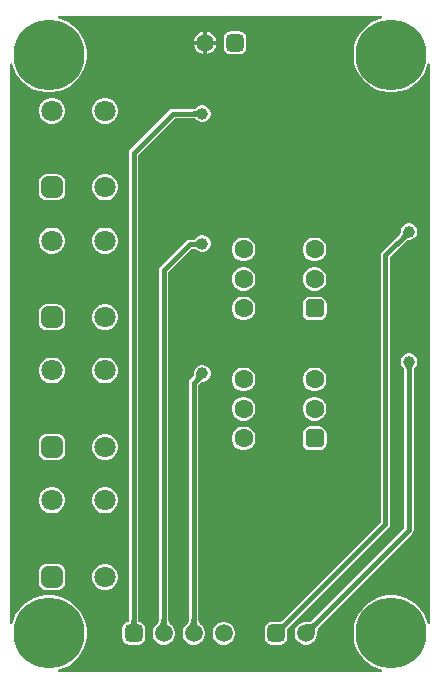
<source format=gbl>
G04*
G04 #@! TF.GenerationSoftware,Altium Limited,Altium Designer,21.2.1 (34)*
G04*
G04 Layer_Physical_Order=2*
G04 Layer_Color=16711680*
%FSTAX24Y24*%
%MOIN*%
G70*
G04*
G04 #@! TF.SameCoordinates,36507061-655E-4290-96EC-BFA040FA6CF6*
G04*
G04*
G04 #@! TF.FilePolarity,Positive*
G04*
G01*
G75*
%ADD29C,0.0394*%
%ADD30C,0.0150*%
%ADD31C,0.0591*%
G04:AMPARAMS|DCode=32|XSize=59.1mil|YSize=59.1mil|CornerRadius=14.8mil|HoleSize=0mil|Usage=FLASHONLY|Rotation=180.000|XOffset=0mil|YOffset=0mil|HoleType=Round|Shape=RoundedRectangle|*
%AMROUNDEDRECTD32*
21,1,0.0591,0.0295,0,0,180.0*
21,1,0.0295,0.0591,0,0,180.0*
1,1,0.0295,-0.0148,0.0148*
1,1,0.0295,0.0148,0.0148*
1,1,0.0295,0.0148,-0.0148*
1,1,0.0295,-0.0148,-0.0148*
%
%ADD32ROUNDEDRECTD32*%
%ADD33C,0.0709*%
G04:AMPARAMS|DCode=34|XSize=70.9mil|YSize=70.9mil|CornerRadius=17.7mil|HoleSize=0mil|Usage=FLASHONLY|Rotation=90.000|XOffset=0mil|YOffset=0mil|HoleType=Round|Shape=RoundedRectangle|*
%AMROUNDEDRECTD34*
21,1,0.0709,0.0354,0,0,90.0*
21,1,0.0354,0.0709,0,0,90.0*
1,1,0.0354,0.0177,0.0177*
1,1,0.0354,0.0177,-0.0177*
1,1,0.0354,-0.0177,-0.0177*
1,1,0.0354,-0.0177,0.0177*
%
%ADD34ROUNDEDRECTD34*%
G04:AMPARAMS|DCode=35|XSize=63mil|YSize=63mil|CornerRadius=15.7mil|HoleSize=0mil|Usage=FLASHONLY|Rotation=0.000|XOffset=0mil|YOffset=0mil|HoleType=Round|Shape=RoundedRectangle|*
%AMROUNDEDRECTD35*
21,1,0.0630,0.0315,0,0,0.0*
21,1,0.0315,0.0630,0,0,0.0*
1,1,0.0315,0.0157,-0.0157*
1,1,0.0315,-0.0157,-0.0157*
1,1,0.0315,-0.0157,0.0157*
1,1,0.0315,0.0157,0.0157*
%
%ADD35ROUNDEDRECTD35*%
%ADD36C,0.0630*%
%ADD37C,0.2362*%
G36*
X071955Y039451D02*
X071767Y03939D01*
X07159Y0393D01*
X07143Y039184D01*
X07129Y039043D01*
X071173Y038883D01*
X071083Y038706D01*
X071022Y038518D01*
X070991Y038322D01*
Y038123D01*
X071022Y037928D01*
X071083Y037739D01*
X071173Y037562D01*
X07129Y037402D01*
X07143Y037262D01*
X07159Y037145D01*
X071767Y037055D01*
X071955Y036994D01*
X072151Y036963D01*
X07235D01*
X072545Y036994D01*
X072734Y037055D01*
X072911Y037145D01*
X073071Y037262D01*
X073211Y037402D01*
X073328Y037562D01*
X073418Y037739D01*
X073479Y037928D01*
X073528Y037919D01*
Y019235D01*
X073479Y019226D01*
X073418Y019415D01*
X073328Y019592D01*
X073211Y019752D01*
X073071Y019892D01*
X072911Y020009D01*
X072734Y020099D01*
X072545Y02016D01*
X07235Y020191D01*
X072151D01*
X071955Y02016D01*
X071767Y020099D01*
X07159Y020009D01*
X07143Y019892D01*
X07129Y019752D01*
X071173Y019592D01*
X071083Y019415D01*
X071022Y019226D01*
X070991Y01903D01*
Y018832D01*
X071022Y018636D01*
X071083Y018448D01*
X071173Y018271D01*
X07129Y018111D01*
X07143Y01797D01*
X07159Y017854D01*
X071767Y017764D01*
X071955Y017702D01*
X071947Y017654D01*
X061137D01*
X061128Y017702D01*
X061317Y017764D01*
X061493Y017854D01*
X061654Y01797D01*
X061794Y018111D01*
X061911Y018271D01*
X062001Y018448D01*
X062062Y018636D01*
X062093Y018832D01*
Y01903D01*
X062062Y019226D01*
X062001Y019415D01*
X061911Y019592D01*
X061794Y019752D01*
X061654Y019892D01*
X061493Y020009D01*
X061317Y020099D01*
X061128Y02016D01*
X060932Y020191D01*
X060734D01*
X060538Y02016D01*
X06035Y020099D01*
X060173Y020009D01*
X060012Y019892D01*
X059872Y019752D01*
X059756Y019592D01*
X059666Y019415D01*
X059604Y019226D01*
X059556Y019235D01*
Y037919D01*
X059604Y037928D01*
X059666Y037739D01*
X059756Y037562D01*
X059872Y037402D01*
X060012Y037262D01*
X060173Y037145D01*
X06035Y037055D01*
X060538Y036994D01*
X060734Y036963D01*
X060932D01*
X061128Y036994D01*
X061317Y037055D01*
X061493Y037145D01*
X061654Y037262D01*
X061794Y037402D01*
X061911Y037562D01*
X062001Y037739D01*
X062062Y037928D01*
X062093Y038123D01*
Y038322D01*
X062062Y038518D01*
X062001Y038706D01*
X061911Y038883D01*
X061794Y039043D01*
X061654Y039184D01*
X061493Y0393D01*
X061317Y03939D01*
X061128Y039451D01*
X061137Y0395D01*
X071947D01*
X071955Y039451D01*
D02*
G37*
%LPC*%
G36*
X066101Y038988D02*
Y038675D01*
X066413D01*
X06639Y038761D01*
X066341Y038846D01*
X066271Y038916D01*
X066186Y038965D01*
X066101Y038988D01*
D02*
G37*
G36*
X065983D02*
X065897Y038965D01*
X065812Y038916D01*
X065743Y038846D01*
X065693Y038761D01*
X06567Y038675D01*
X065983D01*
Y038988D01*
D02*
G37*
G36*
X066413Y038557D02*
X066101D01*
Y038245D01*
X066186Y038268D01*
X066271Y038317D01*
X066341Y038387D01*
X06639Y038472D01*
X066413Y038557D01*
D02*
G37*
G36*
X065983D02*
X06567D01*
X065693Y038472D01*
X065743Y038387D01*
X065812Y038317D01*
X065897Y038268D01*
X065983Y038245D01*
Y038557D01*
D02*
G37*
G36*
X067189Y038995D02*
X066894D01*
X066806Y038977D01*
X066731Y038927D01*
X066681Y038852D01*
X066663Y038764D01*
Y038469D01*
X066681Y03838D01*
X066731Y038305D01*
X066806Y038255D01*
X066894Y038238D01*
X067189D01*
X067278Y038255D01*
X067353Y038305D01*
X067403Y03838D01*
X06742Y038469D01*
Y038764D01*
X067403Y038852D01*
X067353Y038927D01*
X067278Y038977D01*
X067189Y038995D01*
D02*
G37*
G36*
X065988Y03653D02*
X065915D01*
X065845Y036511D01*
X065782Y036475D01*
X065761Y036454D01*
X065756Y03645D01*
X065745Y036441D01*
X065737Y036434D01*
X065729Y036429D01*
X06572Y036424D01*
X065711Y03642D01*
X0657Y036416D01*
X06569Y036413D01*
X065678Y036411D01*
X065675Y036411D01*
X064967D01*
X064907Y036399D01*
X064856Y036365D01*
X063553Y035062D01*
X063519Y035011D01*
X063507Y034951D01*
Y019343D01*
X063506Y019332D01*
X063504Y019316D01*
X063501Y019307D01*
X063428Y019292D01*
X063353Y019242D01*
X063303Y019167D01*
X063285Y019079D01*
Y018784D01*
X063303Y018695D01*
X063353Y01862D01*
X063428Y01857D01*
X063516Y018553D01*
X063811D01*
X0639Y01857D01*
X063975Y01862D01*
X064025Y018695D01*
X064042Y018784D01*
Y019079D01*
X064025Y019167D01*
X063975Y019242D01*
X0639Y019292D01*
X063827Y019307D01*
X063824Y019316D01*
X063822Y019332D01*
X063821Y019343D01*
Y034886D01*
X065032Y036097D01*
X065675D01*
X065678Y036097D01*
X06569Y036095D01*
X0657Y036092D01*
X065711Y036089D01*
X06572Y036084D01*
X065729Y03608D01*
X065737Y036074D01*
X065745Y036067D01*
X065756Y036058D01*
X065761Y036054D01*
X065782Y036034D01*
X065845Y035997D01*
X065915Y035978D01*
X065988D01*
X066058Y035997D01*
X06612Y036034D01*
X066172Y036085D01*
X066208Y036148D01*
X066227Y036218D01*
Y03629D01*
X066208Y03636D01*
X066172Y036423D01*
X06612Y036475D01*
X066058Y036511D01*
X065988Y03653D01*
D02*
G37*
G36*
X06276Y036786D02*
X062646D01*
X062536Y036756D01*
X062437Y036699D01*
X062357Y036618D01*
X0623Y03652D01*
X06227Y03641D01*
Y036296D01*
X0623Y036185D01*
X062357Y036087D01*
X062437Y036006D01*
X062536Y035949D01*
X062646Y035919D01*
X06276D01*
X06287Y035949D01*
X062969Y036006D01*
X06305Y036087D01*
X063107Y036185D01*
X063136Y036296D01*
Y03641D01*
X063107Y03652D01*
X06305Y036618D01*
X062969Y036699D01*
X06287Y036756D01*
X06276Y036786D01*
D02*
G37*
G36*
X060989D02*
X060875D01*
X060764Y036756D01*
X060666Y036699D01*
X060585Y036618D01*
X060528Y03652D01*
X060498Y03641D01*
Y036296D01*
X060528Y036185D01*
X060585Y036087D01*
X060666Y036006D01*
X060764Y035949D01*
X060875Y035919D01*
X060989D01*
X061099Y035949D01*
X061197Y036006D01*
X061278Y036087D01*
X061335Y036185D01*
X061365Y036296D01*
Y03641D01*
X061335Y03652D01*
X061278Y036618D01*
X061197Y036699D01*
X061099Y036756D01*
X060989Y036786D01*
D02*
G37*
G36*
X06276Y034227D02*
X062646D01*
X062536Y034197D01*
X062437Y03414D01*
X062357Y034059D01*
X0623Y033961D01*
X06227Y03385D01*
Y033736D01*
X0623Y033626D01*
X062357Y033528D01*
X062437Y033447D01*
X062536Y03339D01*
X062646Y03336D01*
X06276D01*
X06287Y03339D01*
X062969Y033447D01*
X06305Y033528D01*
X063107Y033626D01*
X063136Y033736D01*
Y03385D01*
X063107Y033961D01*
X06305Y034059D01*
X062969Y03414D01*
X06287Y034197D01*
X06276Y034227D01*
D02*
G37*
G36*
X061109Y034229D02*
X060754D01*
X060688Y03422D01*
X060625Y034194D01*
X060572Y034153D01*
X060531Y0341D01*
X060505Y034037D01*
X060496Y033971D01*
Y033616D01*
X060505Y033549D01*
X060531Y033487D01*
X060572Y033434D01*
X060625Y033393D01*
X060688Y033367D01*
X060754Y033358D01*
X061109D01*
X061176Y033367D01*
X061238Y033393D01*
X061291Y033434D01*
X061332Y033487D01*
X061358Y033549D01*
X061367Y033616D01*
Y033971D01*
X061358Y034037D01*
X061332Y0341D01*
X061291Y034153D01*
X061238Y034194D01*
X061176Y03422D01*
X061109Y034229D01*
D02*
G37*
G36*
X065988Y032199D02*
X065915D01*
X065845Y03218D01*
X065782Y032144D01*
X065731Y032093D01*
X065728Y032087D01*
X065722Y03208D01*
X065716Y032074D01*
X06571Y032069D01*
X065703Y032064D01*
X065696Y032061D01*
X065687Y032057D01*
X065678Y032054D01*
X065668Y032052D01*
X065664Y032052D01*
X065529D01*
X065469Y03204D01*
X065419Y032006D01*
X064553Y03114D01*
X064519Y03109D01*
X064507Y03103D01*
Y019375D01*
X064505Y019361D01*
X0645Y019344D01*
X064494Y019326D01*
X064485Y019307D01*
X064473Y019287D01*
X064459Y019266D01*
X064443Y019245D01*
X064423Y019222D01*
X0644Y019198D01*
X064396Y019192D01*
X064365Y019161D01*
X064315Y019076D01*
X06429Y01898D01*
Y018882D01*
X064315Y018787D01*
X064365Y018702D01*
X064434Y018632D01*
X064519Y018583D01*
X064615Y018557D01*
X064713D01*
X064808Y018583D01*
X064893Y018632D01*
X064963Y018702D01*
X065012Y018787D01*
X065038Y018882D01*
Y01898D01*
X065012Y019076D01*
X064963Y019161D01*
X064932Y019192D01*
X064928Y019198D01*
X064905Y019222D01*
X064885Y019245D01*
X064868Y019266D01*
X064854Y019287D01*
X064843Y019307D01*
X064834Y019326D01*
X064827Y019344D01*
X064823Y019361D01*
X064821Y019375D01*
Y030965D01*
X065594Y031738D01*
X065692D01*
X065694Y031738D01*
X065707Y031736D01*
X065719Y031734D01*
X065731Y03173D01*
X065742Y031726D01*
X065753Y031722D01*
X065763Y031716D01*
X065773Y03171D01*
X065779Y031706D01*
X065782Y031703D01*
X065845Y031667D01*
X065915Y031648D01*
X065988D01*
X066058Y031667D01*
X06612Y031703D01*
X066172Y031754D01*
X066208Y031817D01*
X066227Y031887D01*
Y03196D01*
X066208Y03203D01*
X066172Y032093D01*
X06612Y032144D01*
X066058Y03218D01*
X065988Y032199D01*
D02*
G37*
G36*
X06276Y032455D02*
X062646D01*
X062536Y032425D01*
X062437Y032368D01*
X062357Y032288D01*
X0623Y032189D01*
X06227Y032079D01*
Y031965D01*
X0623Y031855D01*
X062357Y031756D01*
X062437Y031675D01*
X062536Y031618D01*
X062646Y031589D01*
X06276D01*
X06287Y031618D01*
X062969Y031675D01*
X06305Y031756D01*
X063107Y031855D01*
X063136Y031965D01*
Y032079D01*
X063107Y032189D01*
X06305Y032288D01*
X062969Y032368D01*
X06287Y032425D01*
X06276Y032455D01*
D02*
G37*
G36*
X060989D02*
X060875D01*
X060764Y032425D01*
X060666Y032368D01*
X060585Y032288D01*
X060528Y032189D01*
X060498Y032079D01*
Y031965D01*
X060528Y031855D01*
X060585Y031756D01*
X060666Y031675D01*
X060764Y031618D01*
X060875Y031589D01*
X060989D01*
X061099Y031618D01*
X061197Y031675D01*
X061278Y031756D01*
X061335Y031855D01*
X061365Y031965D01*
Y032079D01*
X061335Y032189D01*
X061278Y032288D01*
X061197Y032368D01*
X061099Y032425D01*
X060989Y032455D01*
D02*
G37*
G36*
X069743Y03212D02*
X06964D01*
X069539Y032093D01*
X06945Y032042D01*
X069376Y031968D01*
X069325Y031878D01*
X069298Y031778D01*
Y031675D01*
X069325Y031575D01*
X069376Y031485D01*
X06945Y031411D01*
X069539Y03136D01*
X06964Y031333D01*
X069743D01*
X069843Y03136D01*
X069933Y031411D01*
X070006Y031485D01*
X070058Y031575D01*
X070085Y031675D01*
Y031778D01*
X070058Y031878D01*
X070006Y031968D01*
X069933Y032042D01*
X069843Y032093D01*
X069743Y03212D01*
D02*
G37*
G36*
X067381D02*
X067277D01*
X067177Y032093D01*
X067087Y032042D01*
X067014Y031968D01*
X066962Y031878D01*
X066936Y031778D01*
Y031675D01*
X066962Y031575D01*
X067014Y031485D01*
X067087Y031411D01*
X067177Y03136D01*
X067277Y031333D01*
X067381D01*
X067481Y03136D01*
X067571Y031411D01*
X067644Y031485D01*
X067696Y031575D01*
X067723Y031675D01*
Y031778D01*
X067696Y031878D01*
X067644Y031968D01*
X067571Y032042D01*
X067481Y032093D01*
X067381Y03212D01*
D02*
G37*
G36*
X069743Y031136D02*
X06964D01*
X069539Y031109D01*
X06945Y031057D01*
X069376Y030984D01*
X069325Y030894D01*
X069298Y030794D01*
Y03069D01*
X069325Y03059D01*
X069376Y030501D01*
X06945Y030427D01*
X069539Y030375D01*
X06964Y030349D01*
X069743D01*
X069843Y030375D01*
X069933Y030427D01*
X070006Y030501D01*
X070058Y03059D01*
X070085Y03069D01*
Y030794D01*
X070058Y030894D01*
X070006Y030984D01*
X069933Y031057D01*
X069843Y031109D01*
X069743Y031136D01*
D02*
G37*
G36*
X067381D02*
X067277D01*
X067177Y031109D01*
X067087Y031057D01*
X067014Y030984D01*
X066962Y030894D01*
X066936Y030794D01*
Y03069D01*
X066962Y03059D01*
X067014Y030501D01*
X067087Y030427D01*
X067177Y030375D01*
X067277Y030349D01*
X067381D01*
X067481Y030375D01*
X067571Y030427D01*
X067644Y030501D01*
X067696Y03059D01*
X067723Y03069D01*
Y030794D01*
X067696Y030894D01*
X067644Y030984D01*
X067571Y031057D01*
X067481Y031109D01*
X067381Y031136D01*
D02*
G37*
G36*
Y030152D02*
X067277D01*
X067177Y030125D01*
X067087Y030073D01*
X067014Y03D01*
X066962Y02991D01*
X066936Y02981D01*
Y029706D01*
X066962Y029606D01*
X067014Y029516D01*
X067087Y029443D01*
X067177Y029391D01*
X067277Y029364D01*
X067381D01*
X067481Y029391D01*
X067571Y029443D01*
X067644Y029516D01*
X067696Y029606D01*
X067723Y029706D01*
Y02981D01*
X067696Y02991D01*
X067644Y03D01*
X067571Y030073D01*
X067481Y030125D01*
X067381Y030152D01*
D02*
G37*
G36*
X069849Y030156D02*
X069534D01*
X069442Y030138D01*
X069364Y030086D01*
X069311Y030008D01*
X069293Y029915D01*
Y029601D01*
X069311Y029508D01*
X069364Y02943D01*
X069442Y029378D01*
X069534Y02936D01*
X069849D01*
X069941Y029378D01*
X070019Y02943D01*
X070071Y029508D01*
X07009Y029601D01*
Y029915D01*
X070071Y030008D01*
X070019Y030086D01*
X069941Y030138D01*
X069849Y030156D01*
D02*
G37*
G36*
X06276Y029896D02*
X062646D01*
X062536Y029866D01*
X062437Y029809D01*
X062357Y029729D01*
X0623Y02963D01*
X06227Y02952D01*
Y029406D01*
X0623Y029296D01*
X062357Y029197D01*
X062437Y029116D01*
X062536Y029059D01*
X062646Y02903D01*
X06276D01*
X06287Y029059D01*
X062969Y029116D01*
X06305Y029197D01*
X063107Y029296D01*
X063136Y029406D01*
Y02952D01*
X063107Y02963D01*
X06305Y029729D01*
X062969Y029809D01*
X06287Y029866D01*
X06276Y029896D01*
D02*
G37*
G36*
X061109Y029898D02*
X060754D01*
X060688Y029889D01*
X060625Y029863D01*
X060572Y029822D01*
X060531Y029769D01*
X060505Y029707D01*
X060496Y02964D01*
Y029286D01*
X060505Y029219D01*
X060531Y029157D01*
X060572Y029103D01*
X060625Y029062D01*
X060688Y029036D01*
X060754Y029027D01*
X061109D01*
X061176Y029036D01*
X061238Y029062D01*
X061291Y029103D01*
X061332Y029157D01*
X061358Y029219D01*
X061367Y029286D01*
Y02964D01*
X061358Y029707D01*
X061332Y029769D01*
X061291Y029822D01*
X061238Y029863D01*
X061176Y029889D01*
X061109Y029898D01*
D02*
G37*
G36*
X06276Y028124D02*
X062646D01*
X062536Y028095D01*
X062437Y028038D01*
X062357Y027957D01*
X0623Y027858D01*
X06227Y027748D01*
Y027634D01*
X0623Y027524D01*
X062357Y027425D01*
X062437Y027345D01*
X062536Y027288D01*
X062646Y027258D01*
X06276D01*
X06287Y027288D01*
X062969Y027345D01*
X06305Y027425D01*
X063107Y027524D01*
X063136Y027634D01*
Y027748D01*
X063107Y027858D01*
X06305Y027957D01*
X062969Y028038D01*
X06287Y028095D01*
X06276Y028124D01*
D02*
G37*
G36*
X060989D02*
X060875D01*
X060764Y028095D01*
X060666Y028038D01*
X060585Y027957D01*
X060528Y027858D01*
X060498Y027748D01*
Y027634D01*
X060528Y027524D01*
X060585Y027425D01*
X060666Y027345D01*
X060764Y027288D01*
X060875Y027258D01*
X060989D01*
X061099Y027288D01*
X061197Y027345D01*
X061278Y027425D01*
X061335Y027524D01*
X061365Y027634D01*
Y027748D01*
X061335Y027858D01*
X061278Y027957D01*
X061197Y028038D01*
X061099Y028095D01*
X060989Y028124D01*
D02*
G37*
G36*
X069743Y027789D02*
X06964D01*
X069539Y027763D01*
X06945Y027711D01*
X069376Y027638D01*
X069325Y027548D01*
X069298Y027448D01*
Y027344D01*
X069325Y027244D01*
X069376Y027154D01*
X06945Y027081D01*
X069539Y027029D01*
X06964Y027002D01*
X069743D01*
X069843Y027029D01*
X069933Y027081D01*
X070006Y027154D01*
X070058Y027244D01*
X070085Y027344D01*
Y027448D01*
X070058Y027548D01*
X070006Y027638D01*
X069933Y027711D01*
X069843Y027763D01*
X069743Y027789D01*
D02*
G37*
G36*
X067381D02*
X067277D01*
X067177Y027763D01*
X067087Y027711D01*
X067014Y027638D01*
X066962Y027548D01*
X066936Y027448D01*
Y027344D01*
X066962Y027244D01*
X067014Y027154D01*
X067087Y027081D01*
X067177Y027029D01*
X067277Y027002D01*
X067381D01*
X067481Y027029D01*
X067571Y027081D01*
X067644Y027154D01*
X067696Y027244D01*
X067723Y027344D01*
Y027448D01*
X067696Y027548D01*
X067644Y027638D01*
X067571Y027711D01*
X067481Y027763D01*
X067381Y027789D01*
D02*
G37*
G36*
X069743Y026805D02*
X06964D01*
X069539Y026778D01*
X06945Y026727D01*
X069376Y026653D01*
X069325Y026563D01*
X069298Y026463D01*
Y02636D01*
X069325Y02626D01*
X069376Y02617D01*
X06945Y026096D01*
X069539Y026045D01*
X06964Y026018D01*
X069743D01*
X069843Y026045D01*
X069933Y026096D01*
X070006Y02617D01*
X070058Y02626D01*
X070085Y02636D01*
Y026463D01*
X070058Y026563D01*
X070006Y026653D01*
X069933Y026727D01*
X069843Y026778D01*
X069743Y026805D01*
D02*
G37*
G36*
X067381D02*
X067277D01*
X067177Y026778D01*
X067087Y026727D01*
X067014Y026653D01*
X066962Y026563D01*
X066936Y026463D01*
Y02636D01*
X066962Y02626D01*
X067014Y02617D01*
X067087Y026096D01*
X067177Y026045D01*
X067277Y026018D01*
X067381D01*
X067481Y026045D01*
X067571Y026096D01*
X067644Y02617D01*
X067696Y02626D01*
X067723Y02636D01*
Y026463D01*
X067696Y026563D01*
X067644Y026653D01*
X067571Y026727D01*
X067481Y026778D01*
X067381Y026805D01*
D02*
G37*
G36*
Y025821D02*
X067277D01*
X067177Y025794D01*
X067087Y025742D01*
X067014Y025669D01*
X066962Y025579D01*
X066936Y025479D01*
Y025375D01*
X066962Y025275D01*
X067014Y025186D01*
X067087Y025112D01*
X067177Y02506D01*
X067277Y025034D01*
X067381D01*
X067481Y02506D01*
X067571Y025112D01*
X067644Y025186D01*
X067696Y025275D01*
X067723Y025375D01*
Y025479D01*
X067696Y025579D01*
X067644Y025669D01*
X067571Y025742D01*
X067481Y025794D01*
X067381Y025821D01*
D02*
G37*
G36*
X069849Y025826D02*
X069534D01*
X069442Y025807D01*
X069364Y025755D01*
X069311Y025677D01*
X069293Y025585D01*
Y02527D01*
X069311Y025178D01*
X069364Y025099D01*
X069442Y025047D01*
X069534Y025029D01*
X069849D01*
X069941Y025047D01*
X070019Y025099D01*
X070071Y025178D01*
X07009Y02527D01*
Y025585D01*
X070071Y025677D01*
X070019Y025755D01*
X069941Y025807D01*
X069849Y025826D01*
D02*
G37*
G36*
X06276Y025565D02*
X062646D01*
X062536Y025536D01*
X062437Y025479D01*
X062357Y025398D01*
X0623Y025299D01*
X06227Y025189D01*
Y025075D01*
X0623Y024965D01*
X062357Y024866D01*
X062437Y024786D01*
X062536Y024728D01*
X062646Y024699D01*
X06276D01*
X06287Y024728D01*
X062969Y024786D01*
X06305Y024866D01*
X063107Y024965D01*
X063136Y025075D01*
Y025189D01*
X063107Y025299D01*
X06305Y025398D01*
X062969Y025479D01*
X06287Y025536D01*
X06276Y025565D01*
D02*
G37*
G36*
X061109Y025567D02*
X060754D01*
X060688Y025559D01*
X060625Y025533D01*
X060572Y025492D01*
X060531Y025438D01*
X060505Y025376D01*
X060496Y025309D01*
Y024955D01*
X060505Y024888D01*
X060531Y024826D01*
X060572Y024772D01*
X060625Y024731D01*
X060688Y024706D01*
X060754Y024697D01*
X061109D01*
X061176Y024706D01*
X061238Y024731D01*
X061291Y024772D01*
X061332Y024826D01*
X061358Y024888D01*
X061367Y024955D01*
Y025309D01*
X061358Y025376D01*
X061332Y025438D01*
X061291Y025492D01*
X061238Y025533D01*
X061176Y025559D01*
X061109Y025567D01*
D02*
G37*
G36*
X06276Y023793D02*
X062646D01*
X062536Y023764D01*
X062437Y023707D01*
X062357Y023626D01*
X0623Y023528D01*
X06227Y023417D01*
Y023303D01*
X0623Y023193D01*
X062357Y023094D01*
X062437Y023014D01*
X062536Y022957D01*
X062646Y022927D01*
X06276D01*
X06287Y022957D01*
X062969Y023014D01*
X06305Y023094D01*
X063107Y023193D01*
X063136Y023303D01*
Y023417D01*
X063107Y023528D01*
X06305Y023626D01*
X062969Y023707D01*
X06287Y023764D01*
X06276Y023793D01*
D02*
G37*
G36*
X060989D02*
X060875D01*
X060764Y023764D01*
X060666Y023707D01*
X060585Y023626D01*
X060528Y023528D01*
X060498Y023417D01*
Y023303D01*
X060528Y023193D01*
X060585Y023094D01*
X060666Y023014D01*
X060764Y022957D01*
X060875Y022927D01*
X060989D01*
X061099Y022957D01*
X061197Y023014D01*
X061278Y023094D01*
X061335Y023193D01*
X061365Y023303D01*
Y023417D01*
X061335Y023528D01*
X061278Y023626D01*
X061197Y023707D01*
X061099Y023764D01*
X060989Y023793D01*
D02*
G37*
G36*
X06276Y021234D02*
X062646D01*
X062536Y021205D01*
X062437Y021148D01*
X062357Y021067D01*
X0623Y020968D01*
X06227Y020858D01*
Y020744D01*
X0623Y020634D01*
X062357Y020535D01*
X062437Y020455D01*
X062536Y020398D01*
X062646Y020368D01*
X06276D01*
X06287Y020398D01*
X062969Y020455D01*
X06305Y020535D01*
X063107Y020634D01*
X063136Y020744D01*
Y020858D01*
X063107Y020968D01*
X06305Y021067D01*
X062969Y021148D01*
X06287Y021205D01*
X06276Y021234D01*
D02*
G37*
G36*
X061109Y021237D02*
X060754D01*
X060688Y021228D01*
X060625Y021202D01*
X060572Y021161D01*
X060531Y021108D01*
X060505Y021045D01*
X060496Y020979D01*
Y020624D01*
X060505Y020557D01*
X060531Y020495D01*
X060572Y020442D01*
X060625Y020401D01*
X060688Y020375D01*
X060754Y020366D01*
X061109D01*
X061176Y020375D01*
X061238Y020401D01*
X061291Y020442D01*
X061332Y020495D01*
X061358Y020557D01*
X061367Y020624D01*
Y020979D01*
X061358Y021045D01*
X061332Y021108D01*
X061291Y021161D01*
X061238Y021202D01*
X061176Y021228D01*
X061109Y021237D01*
D02*
G37*
G36*
X072877Y028262D02*
X072805D01*
X072735Y028243D01*
X072672Y028207D01*
X07262Y028156D01*
X072584Y028093D01*
X072565Y028023D01*
Y02795D01*
X072584Y02788D01*
X07262Y027817D01*
X072641Y027796D01*
X072645Y027791D01*
X072654Y02778D01*
X072661Y027772D01*
X072667Y027764D01*
X072671Y027755D01*
X072676Y027746D01*
X072679Y027736D01*
X072682Y027725D01*
X072684Y027713D01*
X072684Y02771D01*
Y022433D01*
X069607Y019356D01*
X069596Y019348D01*
X06958Y019339D01*
X069563Y019331D01*
X069543Y019323D01*
X069521Y019317D01*
X069496Y019313D01*
X069469Y019309D01*
X06944Y019307D01*
X069406Y019307D01*
X069399Y019305D01*
X069355D01*
X06926Y01928D01*
X069174Y019231D01*
X069105Y019161D01*
X069055Y019076D01*
X06903Y01898D01*
Y018882D01*
X069055Y018787D01*
X069105Y018702D01*
X069174Y018632D01*
X06926Y018583D01*
X069355Y018557D01*
X069453D01*
X069548Y018583D01*
X069634Y018632D01*
X069703Y018702D01*
X069753Y018787D01*
X069778Y018882D01*
Y018926D01*
X06978Y018933D01*
X06978Y018967D01*
X069782Y018996D01*
X069785Y019023D01*
X06979Y019048D01*
X069796Y01907D01*
X069803Y01909D01*
X069811Y019107D01*
X06982Y019123D01*
X069828Y019134D01*
X072952Y022257D01*
X072986Y022308D01*
X072998Y022368D01*
Y02771D01*
X072998Y027713D01*
X073Y027725D01*
X073003Y027736D01*
X073006Y027746D01*
X073011Y027755D01*
X073015Y027764D01*
X073021Y027772D01*
X073028Y02778D01*
X073037Y027791D01*
X073041Y027796D01*
X073062Y027817D01*
X073098Y02788D01*
X073117Y02795D01*
Y028023D01*
X073098Y028093D01*
X073062Y028156D01*
X07301Y028207D01*
X072947Y028243D01*
X072877Y028262D01*
D02*
G37*
G36*
X066713Y019305D02*
X066615D01*
X066519Y01928D01*
X066434Y019231D01*
X066365Y019161D01*
X066315Y019076D01*
X06629Y01898D01*
Y018882D01*
X066315Y018787D01*
X066365Y018702D01*
X066434Y018632D01*
X066519Y018583D01*
X066615Y018557D01*
X066713D01*
X066808Y018583D01*
X066894Y018632D01*
X066963Y018702D01*
X067012Y018787D01*
X067038Y018882D01*
Y01898D01*
X067012Y019076D01*
X066963Y019161D01*
X066894Y019231D01*
X066808Y01928D01*
X066713Y019305D01*
D02*
G37*
G36*
X065988Y027868D02*
X065915D01*
X065845Y027849D01*
X065782Y027813D01*
X065731Y027762D01*
X065694Y027699D01*
X065676Y027629D01*
Y027576D01*
X065675Y027572D01*
X065676Y027558D01*
X065675Y027549D01*
X065674Y02754D01*
X065672Y027531D01*
X065669Y027522D01*
X065665Y027514D01*
X06566Y027504D01*
X065653Y027495D01*
X065651Y027492D01*
X065553Y027394D01*
X065519Y027343D01*
X065507Y027283D01*
Y019375D01*
X065505Y019361D01*
X0655Y019344D01*
X065494Y019326D01*
X065485Y019307D01*
X065473Y019287D01*
X065459Y019266D01*
X065443Y019245D01*
X065423Y019222D01*
X0654Y019198D01*
X065396Y019192D01*
X065365Y019161D01*
X065315Y019076D01*
X06529Y01898D01*
Y018882D01*
X065315Y018787D01*
X065365Y018702D01*
X065434Y018632D01*
X065519Y018583D01*
X065615Y018557D01*
X065713D01*
X065808Y018583D01*
X065894Y018632D01*
X065963Y018702D01*
X066012Y018787D01*
X066038Y018882D01*
Y01898D01*
X066012Y019076D01*
X065963Y019161D01*
X065932Y019192D01*
X065928Y019198D01*
X065905Y019222D01*
X065885Y019245D01*
X065868Y019266D01*
X065854Y019287D01*
X065843Y019307D01*
X065834Y019326D01*
X065827Y019344D01*
X065823Y019361D01*
X065821Y019375D01*
Y027219D01*
X065883Y027281D01*
X065885Y027283D01*
X065896Y02729D01*
X065906Y027297D01*
X065916Y027302D01*
X065926Y027306D01*
X065937Y02731D01*
X065948Y027313D01*
X065959Y027315D01*
X065973Y027316D01*
X065975Y027317D01*
X065988D01*
X066058Y027336D01*
X06612Y027372D01*
X066172Y027423D01*
X066208Y027486D01*
X066227Y027556D01*
Y027629D01*
X066208Y027699D01*
X066172Y027762D01*
X06612Y027813D01*
X066058Y027849D01*
X065988Y027868D01*
D02*
G37*
G36*
X072877Y032593D02*
X072805D01*
X072735Y032574D01*
X072672Y032538D01*
X07262Y032486D01*
X072584Y032423D01*
X072565Y032353D01*
Y032324D01*
X072564Y032318D01*
X072564Y032303D01*
X072562Y032293D01*
X07256Y032283D01*
X072558Y032273D01*
X072554Y032264D01*
X072549Y032254D01*
X072543Y032245D01*
X072537Y032235D01*
X072535Y032232D01*
X071943Y03164D01*
X071909Y03159D01*
X071897Y03153D01*
Y022646D01*
X0686Y019349D01*
X068585Y019336D01*
X068563Y019318D01*
X068551Y01931D01*
X068256D01*
X068168Y019292D01*
X068093Y019242D01*
X068043Y019167D01*
X068026Y019079D01*
Y018784D01*
X068043Y018695D01*
X068093Y01862D01*
X068168Y01857D01*
X068256Y018553D01*
X068552D01*
X06864Y01857D01*
X068715Y01862D01*
X068765Y018695D01*
X068782Y018784D01*
Y019078D01*
X06879Y019089D01*
X068825Y019131D01*
X072164Y02247D01*
X072198Y022521D01*
X07221Y022581D01*
Y031465D01*
X072756Y032011D01*
X072759Y032013D01*
X072769Y03202D01*
X072778Y032025D01*
X072788Y03203D01*
X072797Y032034D01*
X072807Y032036D01*
X072817Y032038D01*
X072827Y03204D01*
X072841Y03204D01*
X072848Y032041D01*
X072877D01*
X072947Y03206D01*
X07301Y032097D01*
X073062Y032148D01*
X073098Y032211D01*
X073117Y032281D01*
Y032353D01*
X073098Y032423D01*
X073062Y032486D01*
X07301Y032538D01*
X072947Y032574D01*
X072877Y032593D01*
D02*
G37*
%LPD*%
G36*
X065811Y036116D02*
X065798Y036128D01*
X065785Y036139D01*
X06577Y036148D01*
X065756Y036156D01*
X06574Y036163D01*
X065724Y036169D01*
X065707Y036173D01*
X065689Y036177D01*
X06567Y036178D01*
X065651Y036179D01*
Y036329D01*
X06567Y03633D01*
X065689Y036332D01*
X065707Y036335D01*
X065724Y036339D01*
X06574Y036345D01*
X065756Y036352D01*
X06577Y03636D01*
X065785Y036369D01*
X065798Y03638D01*
X065811Y036392D01*
Y036116D01*
D02*
G37*
G36*
X06374Y019348D02*
X063742Y019322D01*
X063746Y019299D01*
X063751Y01928D01*
X063758Y019263D01*
X063766Y019249D01*
X063776Y019239D01*
X063787Y019231D01*
X063799Y019227D01*
X063814Y019225D01*
X063514D01*
X063528Y019227D01*
X063541Y019231D01*
X063552Y019239D01*
X063562Y019249D01*
X06357Y019263D01*
X063577Y01928D01*
X063582Y019299D01*
X063586Y019322D01*
X063588Y019348D01*
X063589Y019377D01*
X063739D01*
X06374Y019348D01*
D02*
G37*
G36*
X065832Y031767D02*
X065818Y031777D01*
X065803Y031786D01*
X065788Y031794D01*
X065772Y031801D01*
X065755Y031807D01*
X065738Y031812D01*
X065721Y031815D01*
X065703Y031818D01*
X065685Y03182D01*
X065665Y03182D01*
X065642Y03197D01*
X065661Y031971D01*
X06568Y031973D01*
X065697Y031976D01*
X065714Y031981D01*
X065729Y031988D01*
X065744Y031995D01*
X065758Y032004D01*
X06577Y032015D01*
X065782Y032026D01*
X065792Y03204D01*
X065832Y031767D01*
D02*
G37*
G36*
X06474Y019369D02*
X064744Y019345D01*
X064751Y01932D01*
X06476Y019295D01*
X064772Y01927D01*
X064786Y019244D01*
X064803Y019219D01*
X064823Y019193D01*
X064846Y019168D01*
X064871Y019142D01*
X064457D01*
X064482Y019168D01*
X064505Y019193D01*
X064524Y019219D01*
X064541Y019244D01*
X064556Y01927D01*
X064568Y019295D01*
X064577Y01932D01*
X064584Y019345D01*
X064588Y019369D01*
X064589Y019394D01*
X064739D01*
X06474Y019369D01*
D02*
G37*
G36*
X072967Y027833D02*
X072956Y02782D01*
X072947Y027806D01*
X072939Y027791D01*
X072932Y027775D01*
X072926Y027759D01*
X072922Y027742D01*
X072919Y027724D01*
X072917Y027705D01*
X072916Y027686D01*
X072766D01*
X072765Y027705D01*
X072764Y027724D01*
X07276Y027742D01*
X072756Y027759D01*
X07275Y027775D01*
X072743Y027791D01*
X072735Y027806D01*
X072726Y02782D01*
X072715Y027833D01*
X072703Y027846D01*
X072979D01*
X072967Y027833D01*
D02*
G37*
G36*
X069784Y019205D02*
X069768Y019187D01*
X069753Y019167D01*
X06974Y019145D01*
X069729Y01912D01*
X06972Y019094D01*
X069712Y019066D01*
X069706Y019036D01*
X069702Y019004D01*
X0697Y01897D01*
X069699Y018934D01*
X069407Y019226D01*
X069443Y019227D01*
X069477Y019229D01*
X069509Y019233D01*
X069539Y019239D01*
X069567Y019247D01*
X069593Y019256D01*
X069617Y019267D01*
X06964Y01928D01*
X06966Y019295D01*
X069678Y019311D01*
X069784Y019205D01*
D02*
G37*
G36*
X065965Y027396D02*
X065947Y027394D01*
X06593Y027391D01*
X065914Y027387D01*
X065897Y027381D01*
X065882Y027375D01*
X065866Y027366D01*
X065851Y027357D01*
X065836Y027347D01*
X065822Y027335D01*
X065808Y027322D01*
X065693Y027419D01*
X065706Y027433D01*
X065718Y027447D01*
X065728Y027462D01*
X065736Y027477D01*
X065743Y027493D01*
X065749Y027509D01*
X065753Y027525D01*
X065755Y027541D01*
X065756Y027558D01*
X065755Y027575D01*
X065965Y027396D01*
D02*
G37*
G36*
X06574Y019369D02*
X065744Y019345D01*
X065751Y01932D01*
X06576Y019295D01*
X065772Y01927D01*
X065786Y019244D01*
X065803Y019219D01*
X065823Y019193D01*
X065846Y019168D01*
X065871Y019142D01*
X065457D01*
X065482Y019168D01*
X065505Y019193D01*
X065524Y019219D01*
X065541Y019244D01*
X065556Y01927D01*
X065568Y019295D01*
X065577Y01932D01*
X065584Y019345D01*
X065588Y019369D01*
X065589Y019394D01*
X065739D01*
X06574Y019369D01*
D02*
G37*
G36*
X072839Y03212D02*
X072822Y03212D01*
X072805Y032118D01*
X072788Y032114D01*
X072772Y03211D01*
X072756Y032104D01*
X07274Y032096D01*
X072725Y032087D01*
X07271Y032077D01*
X072696Y032065D01*
X072682Y032052D01*
X072576Y032158D01*
X072589Y032172D01*
X072601Y032186D01*
X072611Y032201D01*
X07262Y032216D01*
X072628Y032232D01*
X072634Y032248D01*
X072638Y032264D01*
X072642Y032281D01*
X072644Y032298D01*
X072644Y032315D01*
X072839Y03212D01*
D02*
G37*
G36*
X068801Y019222D02*
X068772Y019192D01*
X068726Y019138D01*
X06871Y019114D01*
X068698Y019092D01*
X068689Y019073D01*
X068685Y019055D01*
X068685Y019039D01*
X06869Y019026D01*
X068698Y019014D01*
X068487Y019225D01*
X068499Y019217D01*
X068512Y019213D01*
X068528Y019213D01*
X068546Y019217D01*
X068565Y019225D01*
X068587Y019237D01*
X068611Y019254D01*
X068637Y019274D01*
X068665Y019299D01*
X068695Y019328D01*
X068801Y019222D01*
D02*
G37*
D29*
X064201Y024363D02*
D03*
X064181Y028683D02*
D03*
X070521Y033003D02*
D03*
X070491Y028693D02*
D03*
X064211Y033043D02*
D03*
X063661Y036863D02*
D03*
X072841Y027986D02*
D03*
Y032317D02*
D03*
X065951Y036254D02*
D03*
Y031923D02*
D03*
Y027593D02*
D03*
D30*
X068404Y018931D02*
X072054Y022581D01*
Y03153D01*
X072841Y032317D01*
Y022368D02*
Y027986D01*
X069404Y018931D02*
X072841Y022368D01*
X065951Y027571D02*
Y027593D01*
X065664Y018931D02*
Y027283D01*
X065951Y027571D01*
X064664Y018931D02*
Y03103D01*
X065529Y031895D01*
X065923D02*
X065951Y031923D01*
X065529Y031895D02*
X065923D01*
X063664Y018931D02*
Y034951D01*
X064967Y036254D01*
X065951D01*
D31*
X066042Y038616D02*
D03*
X069404Y018931D02*
D03*
X064664D02*
D03*
X065664D02*
D03*
X066664D02*
D03*
D32*
X067042Y038616D02*
D03*
X068404Y018931D02*
D03*
X063664D02*
D03*
D33*
X062703Y036353D02*
D03*
Y033793D02*
D03*
X060932Y036353D02*
D03*
X062703Y032022D02*
D03*
Y029463D02*
D03*
X060932Y032022D02*
D03*
X062703Y02336D02*
D03*
Y020801D02*
D03*
X060932Y02336D02*
D03*
X062703Y027691D02*
D03*
Y025132D02*
D03*
X060932Y027691D02*
D03*
D34*
Y033793D02*
D03*
Y029463D02*
D03*
Y020801D02*
D03*
Y025132D02*
D03*
D35*
X069691Y029758D02*
D03*
Y025427D02*
D03*
D36*
Y030742D02*
D03*
Y031727D02*
D03*
X067329Y030742D02*
D03*
Y031727D02*
D03*
Y029758D02*
D03*
Y026412D02*
D03*
X069691Y027396D02*
D03*
Y026412D02*
D03*
X067329Y027396D02*
D03*
Y025427D02*
D03*
D37*
X07225Y038223D02*
D03*
Y018931D02*
D03*
X060833Y038223D02*
D03*
Y018931D02*
D03*
M02*

</source>
